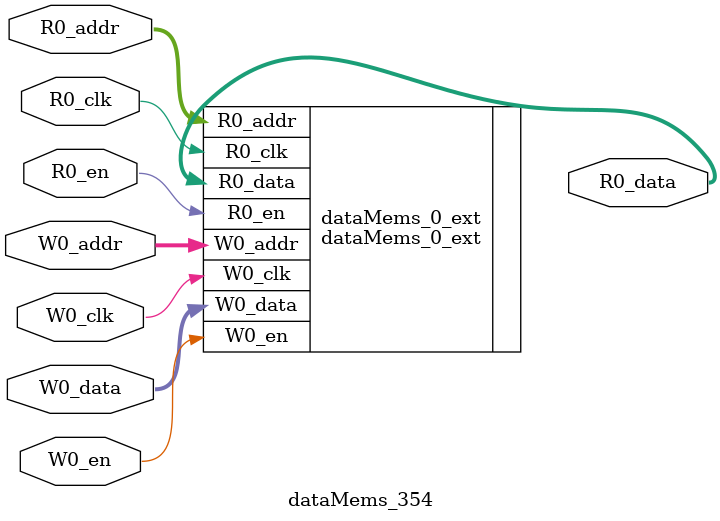
<source format=sv>
`ifndef RANDOMIZE
  `ifdef RANDOMIZE_REG_INIT
    `define RANDOMIZE
  `endif // RANDOMIZE_REG_INIT
`endif // not def RANDOMIZE
`ifndef RANDOMIZE
  `ifdef RANDOMIZE_MEM_INIT
    `define RANDOMIZE
  `endif // RANDOMIZE_MEM_INIT
`endif // not def RANDOMIZE

`ifndef RANDOM
  `define RANDOM $random
`endif // not def RANDOM

// Users can define 'PRINTF_COND' to add an extra gate to prints.
`ifndef PRINTF_COND_
  `ifdef PRINTF_COND
    `define PRINTF_COND_ (`PRINTF_COND)
  `else  // PRINTF_COND
    `define PRINTF_COND_ 1
  `endif // PRINTF_COND
`endif // not def PRINTF_COND_

// Users can define 'ASSERT_VERBOSE_COND' to add an extra gate to assert error printing.
`ifndef ASSERT_VERBOSE_COND_
  `ifdef ASSERT_VERBOSE_COND
    `define ASSERT_VERBOSE_COND_ (`ASSERT_VERBOSE_COND)
  `else  // ASSERT_VERBOSE_COND
    `define ASSERT_VERBOSE_COND_ 1
  `endif // ASSERT_VERBOSE_COND
`endif // not def ASSERT_VERBOSE_COND_

// Users can define 'STOP_COND' to add an extra gate to stop conditions.
`ifndef STOP_COND_
  `ifdef STOP_COND
    `define STOP_COND_ (`STOP_COND)
  `else  // STOP_COND
    `define STOP_COND_ 1
  `endif // STOP_COND
`endif // not def STOP_COND_

// Users can define INIT_RANDOM as general code that gets injected into the
// initializer block for modules with registers.
`ifndef INIT_RANDOM
  `define INIT_RANDOM
`endif // not def INIT_RANDOM

// If using random initialization, you can also define RANDOMIZE_DELAY to
// customize the delay used, otherwise 0.002 is used.
`ifndef RANDOMIZE_DELAY
  `define RANDOMIZE_DELAY 0.002
`endif // not def RANDOMIZE_DELAY

// Define INIT_RANDOM_PROLOG_ for use in our modules below.
`ifndef INIT_RANDOM_PROLOG_
  `ifdef RANDOMIZE
    `ifdef VERILATOR
      `define INIT_RANDOM_PROLOG_ `INIT_RANDOM
    `else  // VERILATOR
      `define INIT_RANDOM_PROLOG_ `INIT_RANDOM #`RANDOMIZE_DELAY begin end
    `endif // VERILATOR
  `else  // RANDOMIZE
    `define INIT_RANDOM_PROLOG_
  `endif // RANDOMIZE
`endif // not def INIT_RANDOM_PROLOG_

// Include register initializers in init blocks unless synthesis is set
`ifndef SYNTHESIS
  `ifndef ENABLE_INITIAL_REG_
    `define ENABLE_INITIAL_REG_
  `endif // not def ENABLE_INITIAL_REG_
`endif // not def SYNTHESIS

// Include rmemory initializers in init blocks unless synthesis is set
`ifndef SYNTHESIS
  `ifndef ENABLE_INITIAL_MEM_
    `define ENABLE_INITIAL_MEM_
  `endif // not def ENABLE_INITIAL_MEM_
`endif // not def SYNTHESIS

module dataMems_354(	// @[generators/ara/src/main/scala/UnsafeAXI4ToTL.scala:365:62]
  input  [4:0]  R0_addr,
  input         R0_en,
  input         R0_clk,
  output [66:0] R0_data,
  input  [4:0]  W0_addr,
  input         W0_en,
  input         W0_clk,
  input  [66:0] W0_data
);

  dataMems_0_ext dataMems_0_ext (	// @[generators/ara/src/main/scala/UnsafeAXI4ToTL.scala:365:62]
    .R0_addr (R0_addr),
    .R0_en   (R0_en),
    .R0_clk  (R0_clk),
    .R0_data (R0_data),
    .W0_addr (W0_addr),
    .W0_en   (W0_en),
    .W0_clk  (W0_clk),
    .W0_data (W0_data)
  );
endmodule


</source>
